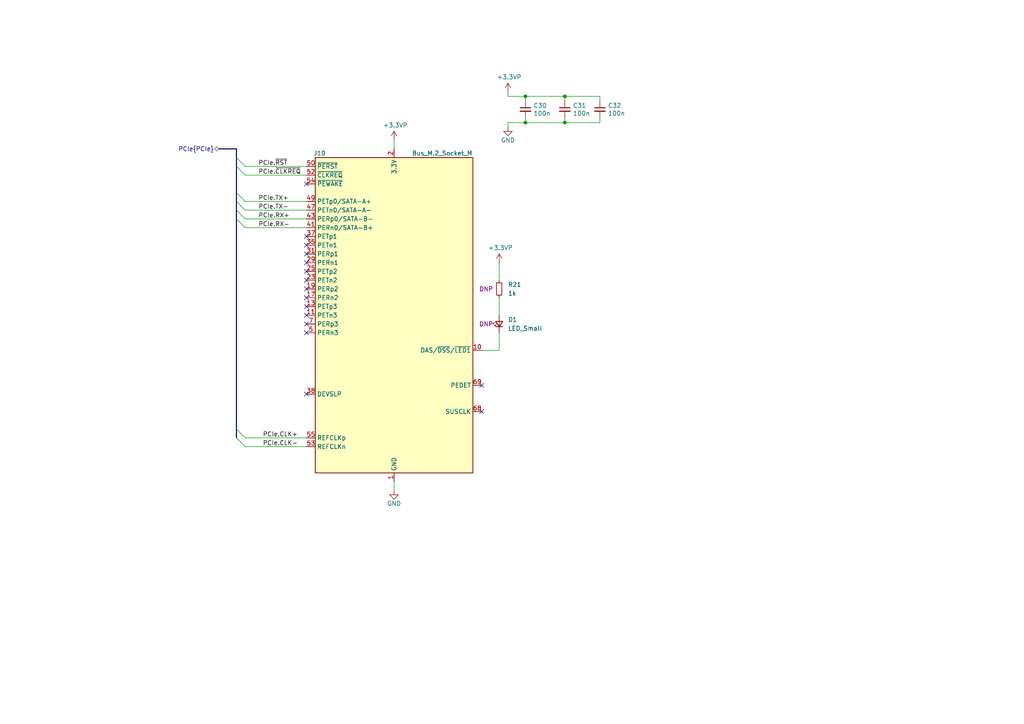
<source format=kicad_sch>
(kicad_sch (version 20210123) (generator eeschema)
  (paper "A4")
  (title_block (date "2021-01-12") (rev "0.1") (company "Nabu Casa") (comment 1 "www.nabucasa.com") (comment 2 "Light Blue"))
  (lib_symbols
    (symbol "Connector:Bus_M.2_Socket_M"
      (property "Reference" "J" (at -22.86 46.99 0))
      (property "Value" "Bus_M.2_Socket_M" (at 16.51 46.99 0))
      (symbol "Bus_M.2_Socket_M_0_1"
        (rectangle (start -22.86 45.72) (end 22.86 -45.72) (stroke (width 0.254)) (fill (type background)))
      )
      (symbol "Bus_M.2_Socket_M_1_1"
        (pin power_in line (at 0 -48.26 90) (length 2.54) (name "GND") (number "1"))
        (pin bidirectional line (at 25.4 -10.16 180) (length 2.54) (name "DAS/~DSS~/~LED1") (number "10"))
        (pin output line (at -25.4 0 0) (length 2.54) (name "PETn3") (number "11"))
        (pin passive line (at 0 48.26 270) (length 2.54) hide (name "3.3V") (number "12"))
        (pin output line (at -25.4 2.54 0) (length 2.54) (name "PETp3") (number "13"))
        (pin passive line (at 0 48.26 270) (length 2.54) hide (name "3.3V") (number "14"))
        (pin passive line (at 0 -48.26 90) (length 2.54) hide (name "GND") (number "15"))
        (pin passive line (at 0 48.26 270) (length 2.54) hide (name "3.3V") (number "16"))
        (pin input line (at -25.4 5.08 0) (length 2.54) (name "PERn2") (number "17"))
        (pin passive line (at 0 48.26 270) (length 2.54) hide (name "3.3V") (number "18"))
        (pin input line (at -25.4 7.62 0) (length 2.54) (name "PERp2") (number "19"))
        (pin power_in line (at 0 48.26 270) (length 2.54) (name "3.3V") (number "2"))
        (pin no_connect line (at 22.86 2.54 180) (length 2.54) hide (name "NC") (number "20"))
        (pin passive line (at 0 -48.26 90) (length 2.54) hide (name "GND") (number "21"))
        (pin no_connect line (at 22.86 5.08 180) (length 2.54) hide (name "NC") (number "22"))
        (pin output line (at -25.4 10.16 0) (length 2.54) (name "PETn2") (number "23"))
        (pin no_connect line (at 22.86 7.62 180) (length 2.54) hide (name "NC") (number "24"))
        (pin output line (at -25.4 12.7 0) (length 2.54) (name "PETp2") (number "25"))
        (pin no_connect line (at 22.86 10.16 180) (length 2.54) hide (name "NC") (number "26"))
        (pin passive line (at 0 -48.26 90) (length 2.54) hide (name "GND") (number "27"))
        (pin no_connect line (at 22.86 12.7 180) (length 2.54) hide (name "NC") (number "28"))
        (pin input line (at -25.4 15.24 0) (length 2.54) (name "PERn1") (number "29"))
        (pin passive line (at 0 -48.26 90) (length 2.54) hide (name "GND") (number "3"))
        (pin no_connect line (at 22.86 15.24 180) (length 2.54) hide (name "NC") (number "30"))
        (pin input line (at -25.4 17.78 0) (length 2.54) (name "PERp1") (number "31"))
        (pin no_connect line (at 22.86 17.78 180) (length 2.54) hide (name "NC") (number "32"))
        (pin passive line (at 0 -48.26 90) (length 2.54) hide (name "GND") (number "33"))
        (pin no_connect line (at 22.86 20.32 180) (length 2.54) hide (name "NC") (number "34"))
        (pin output line (at -25.4 20.32 0) (length 2.54) (name "PETn1") (number "35"))
        (pin no_connect line (at 22.86 22.86 180) (length 2.54) hide (name "NC") (number "36"))
        (pin output line (at -25.4 22.86 0) (length 2.54) (name "PETp1") (number "37"))
        (pin output line (at -25.4 -22.86 0) (length 2.54) (name "DEVSLP") (number "38"))
        (pin passive line (at 0 -48.26 90) (length 2.54) hide (name "GND") (number "39"))
        (pin passive line (at 0 48.26 270) (length 2.54) hide (name "3.3V") (number "4"))
        (pin no_connect line (at 22.86 25.4 180) (length 2.54) hide (name "NC") (number "40"))
        (pin input line (at -25.4 25.4 0) (length 2.54) (name "PERn0/SATA-B+") (number "41"))
        (pin no_connect line (at 22.86 27.94 180) (length 2.54) hide (name "NC") (number "42"))
        (pin input line (at -25.4 27.94 0) (length 2.54) (name "PERp0/SATA-B-") (number "43"))
        (pin no_connect line (at 22.86 30.48 180) (length 2.54) hide (name "NC") (number "44"))
        (pin passive line (at 0 -48.26 90) (length 2.54) hide (name "GND") (number "45"))
        (pin no_connect line (at 22.86 33.02 180) (length 2.54) hide (name "NC") (number "46"))
        (pin output line (at -25.4 30.48 0) (length 2.54) (name "PETn0/SATA-A-") (number "47"))
        (pin no_connect line (at 22.86 35.56 180) (length 2.54) hide (name "NC") (number "48"))
        (pin output line (at -25.4 33.02 0) (length 2.54) (name "PETp0/SATA-A+") (number "49"))
        (pin input line (at -25.4 -5.08 0) (length 2.54) (name "PERn3") (number "5"))
        (pin output line (at -25.4 43.18 0) (length 2.54) (name "~PERST") (number "50"))
        (pin passive line (at 0 -48.26 90) (length 2.54) hide (name "GND") (number "51"))
        (pin bidirectional line (at -25.4 40.64 0) (length 2.54) (name "~CLKREQ") (number "52"))
        (pin output line (at -25.4 -38.1 0) (length 2.54) (name "REFCLKn") (number "53"))
        (pin bidirectional line (at -25.4 38.1 0) (length 2.54) (name "~PEWAKE") (number "54"))
        (pin output line (at -25.4 -35.56 0) (length 2.54) (name "REFCLKp") (number "55"))
        (pin no_connect line (at 22.86 38.1 180) (length 2.54) hide (name "NC") (number "56"))
        (pin passive line (at 0 -48.26 90) (length 2.54) hide (name "GND") (number "57"))
        (pin no_connect line (at 22.86 40.64 180) (length 2.54) hide (name "NC") (number "58"))
        (pin no_connect line (at 22.86 -2.54 180) (length 2.54) hide (name "NC") (number "6"))
        (pin no_connect line (at 22.86 -5.08 180) (length 2.54) hide (name "NC") (number "67"))
        (pin output line (at 25.4 -27.94 180) (length 2.54) (name "SUSCLK") (number "68"))
        (pin passive line (at 25.4 -20.32 180) (length 2.54) (name "PEDET") (number "69"))
        (pin input line (at -25.4 -2.54 0) (length 2.54) (name "PERp3") (number "7"))
        (pin passive line (at 0 48.26 270) (length 2.54) hide (name "3.3V") (number "70"))
        (pin passive line (at 0 -48.26 90) (length 2.54) hide (name "GND") (number "71"))
        (pin passive line (at 0 48.26 270) (length 2.54) hide (name "3.3V") (number "72"))
        (pin passive line (at 0 -48.26 90) (length 2.54) hide (name "GND") (number "73"))
        (pin passive line (at 0 48.26 270) (length 2.54) hide (name "3.3V") (number "74"))
        (pin passive line (at 0 -48.26 90) (length 2.54) hide (name "GND") (number "75"))
        (pin no_connect line (at 22.86 0 180) (length 2.54) hide (name "NC") (number "8"))
        (pin passive line (at 0 -48.26 90) (length 2.54) hide (name "GND") (number "9"))
      )
    )
    (symbol "Device:C_Small" (pin_numbers hide) (pin_names (offset 0.254) hide)
      (property "Reference" "C" (at 0.254 1.778 0))
      (property "Value" "C_Small" (at 0.254 -2.032 0))
      (symbol "C_Small_0_1"
        (polyline (pts (xy -1.524 -0.508) (xy 1.524 -0.508)) (stroke (width 0.3302)))
        (polyline (pts (xy -1.524 0.508) (xy 1.524 0.508)) (stroke (width 0.3048)))
      )
      (symbol "C_Small_1_1"
        (pin passive line (at 0 2.54 270) (length 2.032) (name "~") (number "1"))
        (pin passive line (at 0 -2.54 90) (length 2.032) (name "~") (number "2"))
      )
    )
    (symbol "Device:LED_Small" (pin_numbers hide) (pin_names (offset 0.254) hide)
      (property "Reference" "D" (at -1.27 3.175 0))
      (property "Value" "LED_Small" (at -4.445 -2.54 0))
      (symbol "LED_Small_0_1"
        (polyline (pts (xy -0.762 -1.016) (xy -0.762 1.016)) (stroke (width 0.254)))
        (polyline (pts (xy 1.016 0) (xy -0.762 0)))
        (polyline (pts (xy 0.762 -1.016) (xy -0.762 0) (xy 0.762 1.016) (xy 0.762 -1.016)) (stroke (width 0.254)))
        (polyline (pts (xy 0 0.762) (xy -0.508 1.27) (xy -0.254 1.27) (xy -0.508 1.27) (xy -0.508 1.016)))
        (polyline (pts (xy 0.508 1.27) (xy 0 1.778) (xy 0.254 1.778) (xy 0 1.778) (xy 0 1.524)))
      )
      (symbol "LED_Small_1_1"
        (pin passive line (at -2.54 0 0) (length 1.778) (name "K") (number "1"))
        (pin passive line (at 2.54 0 180) (length 1.778) (name "A") (number "2"))
      )
    )
    (symbol "Device:R_Small" (pin_numbers hide) (pin_names (offset 0.254) hide)
      (property "Reference" "R" (at 0.762 0.508 0))
      (property "Value" "R_Small" (at 0.762 -1.016 0))
      (symbol "R_Small_0_1"
        (rectangle (start -0.762 1.778) (end 0.762 -1.778) (stroke (width 0.2032)))
      )
      (symbol "R_Small_1_1"
        (pin passive line (at 0 2.54 270) (length 0.762) (name "~") (number "1"))
        (pin passive line (at 0 -2.54 90) (length 0.762) (name "~") (number "2"))
      )
    )
    (symbol "power:+3.3VP" (power) (pin_names (offset 0))
      (property "Value" "+3.3VP" (at 0 2.54 0))
      (symbol "+3.3VP_0_0"
        (pin power_in line (at 0 0 90) (length 0) hide (name "+3.3VP") (number "1"))
      )
      (symbol "+3.3VP_0_1"
        (polyline (pts (xy -0.762 1.27) (xy 0 2.54)))
        (polyline (pts (xy 0 0) (xy 0 2.54)))
        (polyline (pts (xy 0 2.54) (xy 0.762 1.27)))
      )
    )
    (symbol "power:GND" (power) (pin_names (offset 0))
      (property "Value" "GND" (at 0 -3.81 0))
      (symbol "GND_0_1"
        (polyline (pts (xy 0 0) (xy 0 -1.27) (xy 1.27 -1.27) (xy 0 -2.54) (xy -1.27 -1.27) (xy 0 -1.27)))
      )
      (symbol "GND_1_1"
        (pin power_in line (at 0 0 270) (length 0) hide (name "GND") (number "1"))
      )
    )
  )
  (junction (at 152.4 27.94) (diameter 0.9144))
  (junction (at 152.4 35.56) (diameter 0.9144))
  (junction (at 163.83 27.94) (diameter 0.9144))
  (junction (at 163.83 35.56) (diameter 0.9144))
  (no_connect (at 88.9 53.34))
  (no_connect (at 88.9 68.58))
  (no_connect (at 88.9 71.12))
  (no_connect (at 88.9 73.66))
  (no_connect (at 88.9 76.2))
  (no_connect (at 88.9 78.74))
  (no_connect (at 88.9 81.28))
  (no_connect (at 88.9 83.82))
  (no_connect (at 88.9 86.36))
  (no_connect (at 88.9 88.9))
  (no_connect (at 88.9 91.44))
  (no_connect (at 88.9 93.98))
  (no_connect (at 88.9 96.52))
  (no_connect (at 88.9 114.3))
  (no_connect (at 139.7 111.76))
  (no_connect (at 139.7 119.38))
  (bus_entry (at 68.58 45.72) (size 2.54 2.54) (stroke (width 0.1524)))
  (bus_entry (at 68.58 48.26) (size 2.54 2.54) (stroke (width 0.1524)))
  (bus_entry (at 68.58 55.88) (size 2.54 2.54) (stroke (width 0.1524)))
  (bus_entry (at 68.58 58.42) (size 2.54 2.54) (stroke (width 0.1524)))
  (bus_entry (at 68.58 60.96) (size 2.54 2.54) (stroke (width 0.1524)))
  (bus_entry (at 68.58 63.5) (size 2.54 2.54) (stroke (width 0.1524)))
  (bus_entry (at 68.58 124.46) (size 2.54 2.54) (stroke (width 0.1524)))
  (bus_entry (at 68.58 127) (size 2.54 2.54) (stroke (width 0.1524)))
  (wire (pts (xy 71.12 48.26) (xy 88.9 48.26)))
  (wire (pts (xy 71.12 50.8) (xy 88.9 50.8)))
  (wire (pts (xy 71.12 58.42) (xy 88.9 58.42)))
  (wire (pts (xy 71.12 60.96) (xy 88.9 60.96)))
  (wire (pts (xy 71.12 63.5) (xy 88.9 63.5)))
  (wire (pts (xy 71.12 66.04) (xy 88.9 66.04)))
  (wire (pts (xy 71.12 127) (xy 88.9 127)))
  (wire (pts (xy 71.12 129.54) (xy 88.9 129.54)))
  (wire (pts (xy 114.3 40.64) (xy 114.3 43.18)))
  (wire (pts (xy 114.3 139.7) (xy 114.3 142.24)))
  (wire (pts (xy 139.7 101.6) (xy 144.78 101.6)))
  (wire (pts (xy 144.78 76.2) (xy 144.78 81.28)))
  (wire (pts (xy 144.78 86.36) (xy 144.78 91.44)))
  (wire (pts (xy 144.78 96.52) (xy 144.78 101.6)))
  (wire (pts (xy 147.32 26.67) (xy 147.32 27.94)))
  (wire (pts (xy 147.32 27.94) (xy 152.4 27.94)))
  (wire (pts (xy 147.32 35.56) (xy 147.32 36.83)))
  (wire (pts (xy 147.32 35.56) (xy 152.4 35.56)))
  (wire (pts (xy 152.4 27.94) (xy 152.4 29.21)))
  (wire (pts (xy 152.4 27.94) (xy 163.83 27.94)))
  (wire (pts (xy 152.4 34.29) (xy 152.4 35.56)))
  (wire (pts (xy 152.4 35.56) (xy 163.83 35.56)))
  (wire (pts (xy 163.83 27.94) (xy 163.83 29.21)))
  (wire (pts (xy 163.83 27.94) (xy 173.99 27.94)))
  (wire (pts (xy 163.83 34.29) (xy 163.83 35.56)))
  (wire (pts (xy 163.83 35.56) (xy 173.99 35.56)))
  (wire (pts (xy 173.99 27.94) (xy 173.99 29.21)))
  (wire (pts (xy 173.99 34.29) (xy 173.99 35.56)))
  (bus (pts (xy 63.5 43.18) (xy 68.58 43.18)))
  (bus (pts (xy 68.58 43.18) (xy 68.58 45.72)))
  (bus (pts (xy 68.58 45.72) (xy 68.58 48.26)))
  (bus (pts (xy 68.58 48.26) (xy 68.58 55.88)))
  (bus (pts (xy 68.58 55.88) (xy 68.58 58.42)))
  (bus (pts (xy 68.58 58.42) (xy 68.58 60.96)))
  (bus (pts (xy 68.58 60.96) (xy 68.58 63.5)))
  (bus (pts (xy 68.58 63.5) (xy 68.58 124.46)))
  (bus (pts (xy 68.58 124.46) (xy 68.58 127)))
  (label "PCIe.~RST" (at 74.93 48.26 0))
  (label "PCIe.~CLKREQ" (at 74.93 50.8 0))
  (label "PCIe.TX+" (at 74.93 58.42 0))
  (label "PCIe.TX-" (at 74.93 60.96 0))
  (label "PCIe.RX+" (at 74.93 63.5 0))
  (label "PCIe.RX-" (at 74.93 66.04 0))
  (label "PCIe.CLK+" (at 76.2 127 0))
  (label "PCIe.CLK-" (at 76.2 129.54 0))
  (hierarchical_label "PCIe{PCIe}" (shape bidirectional) (at 63.5 43.18 180))
  (symbol (lib_id "power:+3.3VP") (at 114.3 40.64 0) (unit 1)
    (property "Reference" "#PWR0186" (effects hide))
    (property "Value" "+3.3VP" (at 114.6683 36.3156 0))
  )
  (symbol (lib_id "power:+3.3VP") (at 144.78 76.2 0) (unit 1)
    (property "Reference" "#PWR0187" (effects hide))
    (property "Value" "+3.3VP" (at 145.1483 71.8756 0))
  )
  (symbol (lib_id "power:+3.3VP") (at 147.32 26.67 0) (unit 1)
    (property "Reference" "#PWR0185" (effects hide))
    (property "Value" "+3.3VP" (at 147.6883 22.3456 0))
  )
  (symbol (lib_id "power:GND") (at 114.3 142.24 0) (unit 1)
    (property "Reference" "#PWR0189" (effects hide))
    (property "Value" "GND" (at 114.3 146.05 0))
  )
  (symbol (lib_id "power:GND") (at 147.32 36.83 0) (unit 1)
    (property "Reference" "#PWR0188" (effects hide))
    (property "Value" "GND" (at 147.32 40.64 0))
  )
  (symbol (lib_id "Device:R_Small") (at 144.78 83.82 0) (unit 1)
    (property "Reference" "R21" (at 147.32 82.55 0) (effects (justify left)))
    (property "Value" "1k" (at 147.32 85.09 0) (effects (justify left)))
    (property "Footprint" "Resistor_SMD:R_0402_1005Metric" (effects hide))
    (property "Config" "DNP" (at 140.97 83.82 0))
  )
  (symbol (lib_id "Device:LED_Small") (at 144.78 93.98 90) (unit 1)
    (property "Reference" "D1" (at 147.32 92.71 90) (effects (justify right)))
    (property "Value" "LED_Small" (at 147.32 95.25 90) (effects (justify right)))
    (property "Footprint" "LED_SMD:LED_0603_1608Metric" (effects hide))
    (property "Config" "DNP" (at 140.97 93.98 90))
    (property "Manufacturer" "Lite-On" (effects hide))
    (property "PartNumber" "LTST-C191TBKT" (effects hide))
  )
  (symbol (lib_id "Device:C_Small") (at 152.4 31.75 0) (unit 1)
    (property "Reference" "C30" (at 154.7242 30.6006 0) (effects (justify left)))
    (property "Value" "100n" (at 154.724 32.899 0) (effects (justify left)))
    (property "Footprint" "Capacitor_SMD:C_0402_1005Metric" (effects hide))
  )
  (symbol (lib_id "Device:C_Small") (at 163.83 31.75 0) (unit 1)
    (property "Reference" "C31" (at 166.1542 30.6006 0) (effects (justify left)))
    (property "Value" "100n" (at 166.154 32.899 0) (effects (justify left)))
    (property "Footprint" "Capacitor_SMD:C_0402_1005Metric" (effects hide))
  )
  (symbol (lib_id "Device:C_Small") (at 173.99 31.75 0) (unit 1)
    (property "Reference" "C32" (at 176.3142 30.6006 0) (effects (justify left)))
    (property "Value" "100n" (at 176.314 32.899 0) (effects (justify left)))
    (property "Footprint" "Capacitor_SMD:C_0402_1005Metric" (effects hide))
  )
  (symbol (lib_id "Connector:Bus_M.2_Socket_M") (at 114.3 91.44 0) (unit 1)
    (property "Reference" "J10" (at 92.71 44.45 0))
    (property "Value" "Bus_M.2_Socket_M" (at 128.27 44.45 0))
    (property "Footprint" "LightBlue:TE_2199230_Bus_M.2_M_H4.2mm_P0.5mm_Horizontal" (effects hide))
    (property "Datasheet" "http://read.pudn.com/downloads794/doc/project/3133918/PCIe_M.2_Electromechanical_Spec_Rev1.0_Final_11012013_RS_Clean.pdf#page=155" (effects hide))
    (property "Manufacturer" "TE" (effects hide))
    (property "PartNumber" "1-2199119-5" (effects hide))
  )
)
</source>
